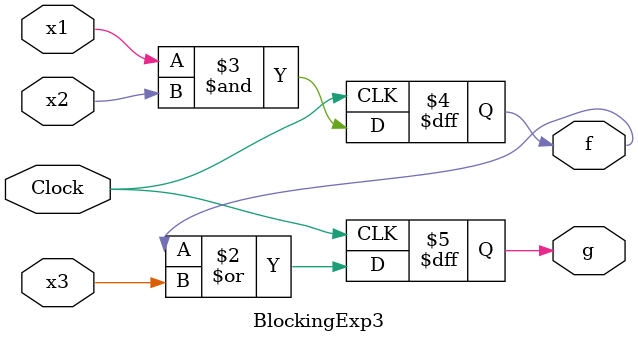
<source format=v>
`timescale 1ns / 1ps


module BlockingExp3(x1, x2, x3, Clock, f, g);
    input x1, x2, x3, Clock;
    output reg f, g;
    
    always @(posedge Clock)
    begin
        g = f | x3;
        f = x1 & x2;
    end
endmodule



</source>
